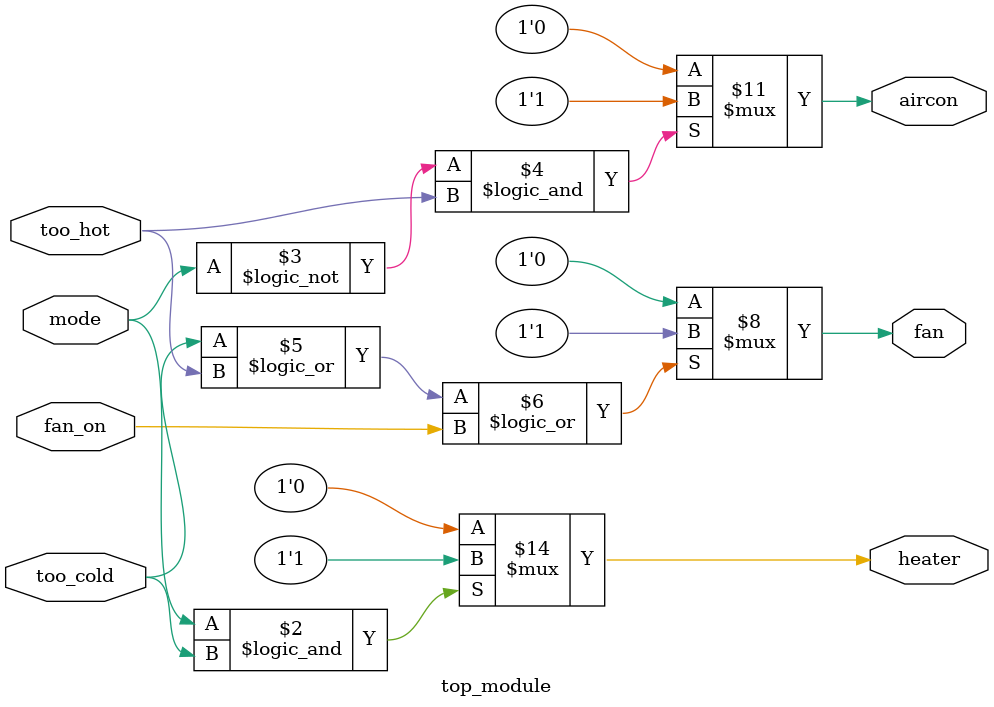
<source format=sv>
module top_module(
    input mode,
    input too_cold, 
    input too_hot,
    input fan_on,
    output reg heater,
    output reg aircon,
    output reg fan
);

always @(*) begin
    // Control the heater
    if (mode && too_cold)
        heater = 1;
    else
        heater = 0;
    
    // Control the air conditioner
    if (!mode && too_hot)
        aircon = 1;
    else
        aircon = 0;
    
    // Control the fan
    if (too_cold || too_hot || fan_on)
        fan = 1;
    else
        fan = 0;
end

endmodule

</source>
